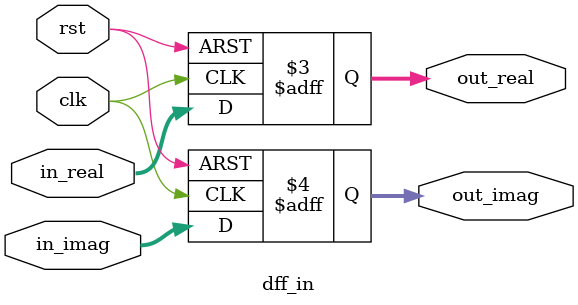
<source format=v>
`timescale 1ns / 1ps

module dff_in( 
                clk,
                rst,
                in_real,
                in_imag,
                out_real,
                out_imag
               );
    input clk;
    input rst;
    input signed [11:0] in_real; // 12 bits input
    input signed [11:0] in_imag;
    output signed [11:0] out_real; // 12 bits output
    output signed [11:0] out_imag;
    
    reg signed [11:0] out_real;
    reg signed [11:0] out_imag;
    
    always@(posedge clk or posedge rst) begin
        if (rst == 1) begin
            out_real <= 12'd0;
            out_imag <= 12'd0;
        end else begin
            out_real <= in_real;
            out_imag <= in_imag;
        end
    end
endmodule
</source>
